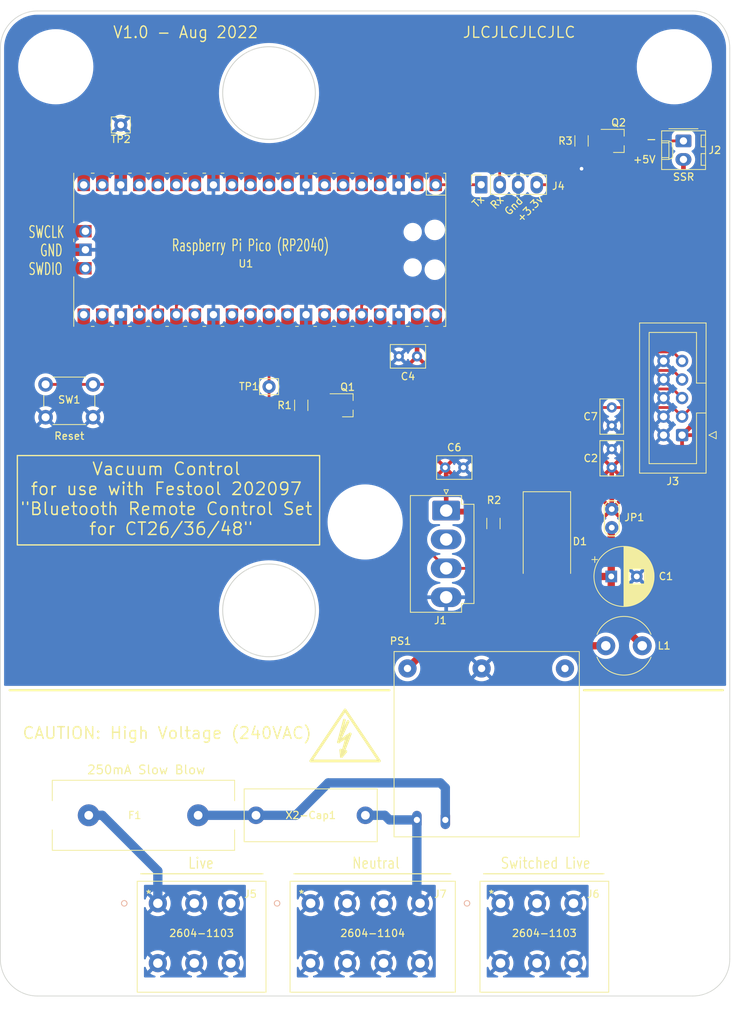
<source format=kicad_pcb>
(kicad_pcb (version 20221018) (generator pcbnew)
  (layers (0 "F.Cu" signal) (31 "B.Cu" signal) (34 "B.Paste" user) (35 "F.Paste" user) (36 "B.SilkS" user "B.Silkscreen") (37 "F.SilkS" user "F.Silkscreen") (38 "B.Mask" user) (39 "F.Mask" user) (44 "Edge.Cuts" user))
  (net 0 "")
  (net 1 "Live")
  (net 2 "/fused live")
  (net 3 "+5V")
  (net 4 "Net-(D1-A)")
  (net 6 "GND")
  (net 7 "+3.3V")
  (net 8 "Net-(J1-Pin_3)")
  (net 9 "Net-(J3-Pin_5)")
  (net 10 "Net-(J3-Pin_7)")
  (net 11 "Neutral")
  (net 12 "Net-(J3-Pin_9)")
  (net 13 "Net-(J4-Pin_1)")
  (net 14 "Net-(J4-Pin_2)")
  (net 15 "Net-(PS1-DC+)")
  (net 16 "Net-(U1-RUN)")
  (net 38 "SW_Live")
  (net 39 "/ssr_neg")
  (net 40 "/ssr_op")
  (net 44 "/bt_ser")
  (footprint "wago-2604-11xx:2604-1103" (layer "F.Cu") (at 100.33 165.1)
    (fp_text reference "J6" (at 12.7 -1.27) (layer "F.SilkS"))
    (fp_text value "2604-1103" (at 5.999998 4.099999) (layer "F.SilkS") (effects (font (thickness 0.16))))
    (fp_text user "*" (at -1.27 -1.27) (layer "F.SilkS"))
    (pad "1" thru_hole circle locked (at 0 0) (size 2.5 2.5) (drill 1.2954) (layers "*.Cu" "*.Mask") (net 38 "SW_Live"))
    (pad "2" thru_hole circle locked (at 0 8.199999) (size 2.5 2.5) (drill 1.2954) (layers "*.Cu" "*.Mask") (net 38 "SW_Live"))
    (pad "3" thru_hole circle locked (at 5 0) (size 2.5 2.5) (drill 1.2954) (layers "*.Cu" "*.Mask") (net 38 "SW_Live"))
    (pad "4" thru_hole circle locked (at 5 8.199999) (size 2.5 2.5) (drill 1.2954) (layers "*.Cu" "*.Mask") (net 38 "SW_Live"))
    (pad "5" thru_hole circle locked (at 10 0) (size 2.5 2.5) (drill 1.2954) (layers "*.Cu" "*.Mask") (net 38 "SW_Live"))
    (pad "6" thru_hole circle locked (at 10 8.199999) (size 2.5 2.5) (drill 1.2954) (layers "*.Cu" "*.Mask") (net 38 "SW_Live"))
  )
  (footprint "MountingHole:MountingHole_4.3mm_M4" (layer "F.Cu") (at 124.15 170.2)
    (fp_text reference "H1" hide)
    (fp_text value "MountingHole")
    (pad "" np_thru_hole circle locked (at 0 0) (size 4.3 4.3) (drill 4.3) (layers "*.Cu" "*.Mask"))
  )
  (footprint "wago-2604-11xx:2604-1104" (layer "F.Cu") (at 74.295 165.1)
    (fp_text reference "J7" (at 17.78 -1.27) (layer "F.SilkS"))
    (fp_text value "2604-1104" (at 8.499998 4.099999) (layer "F.SilkS") (effects (font (thickness 0.16))))
    (fp_text user "*" (at -1.27 -1.27) (layer "F.SilkS"))
    (pad "1" thru_hole circle locked (at 0 0) (size 2.5 2.5) (drill 1.2954) (layers "*.Cu" "*.Mask") (net 11 "Neutral"))
    (pad "2" thru_hole circle locked (at 0 8.199999) (size 2.5 2.5) (drill 1.2954) (layers "*.Cu" "*.Mask") (net 11 "Neutral"))
    (pad "3" thru_hole circle locked (at 5 0) (size 2.5 2.5) (drill 1.2954) (layers "*.Cu" "*.Mask") (net 11 "Neutral"))
    (pad "4" thru_hole circle locked (at 5 8.199999) (size 2.5 2.5) (drill 1.2954) (layers "*.Cu" "*.Mask") (net 11 "Neutral"))
    (pad "5" thru_hole circle locked (at 10 0) (size 2.5 2.5) (drill 1.2954) (layers "*.Cu" "*.Mask") (net 11 "Neutral"))
    (pad "6" thru_hole circle locked (at 10 8.199999) (size 2.5 2.5) (drill 1.2954) (layers "*.Cu" "*.Mask") (net 11 "Neutral"))
    (pad "7" thru_hole circle locked (at 15 0) (size 2.5 2.5) (drill 1.2954) (layers "*.Cu" "*.Mask") (net 11 "Neutral"))
    (pad "8" thru_hole circle locked (at 15 8.199999) (size 2.5 2.5) (drill 1.2954) (layers "*.Cu" "*.Mask") (net 11 "Neutral"))
  )
  (footprint "MountingHole:MountingHole_4.3mm_M4" (layer "F.Cu") (at 81.76 112.835)
    (fp_text reference "H5" hide)
    (fp_text value "MountingHole")
    (pad "" np_thru_hole circle locked (at 0 0) (size 4.3 4.3) (drill 4.3) (layers "*.Cu" "*.Mask"))
  )
  (footprint "Connector_Pin:Pin_D0.9mm_L10.0mm_W2.4mm_FlatFork" (layer "F.Cu") (at 48.26 58.42)
    (fp_text reference "TP2" (at 0 1.95) (layer "F.SilkS") (effects (font (thickness 0.16))))
    (fp_text value "GND")
    (pad "1" thru_hole circle (at 0 0) (size 1.8 1.8) (drill 0.9) (layers "*.Cu" "*.Mask") (net 6 "GND"))
  )
  (footprint "MCU_RaspberryPi_and_Boards:RPi_Pico_SMD_TH" (layer "F.Cu") (at 67.31 75.53 -90)
    (fp_text reference "U1" (at 1.905 1.905 180) (layer "F.SilkS") (effects (font (thickness 0.16))))
    (fp_text value "Pico")
    (fp_text user "SWDIO" (at 2.640575 29.37086 180) (layer "F.SilkS") (effects (font (size 1.6 1) (thickness 0.16))))
    (fp_text user "SWCLK" (at -2.428453 29.241986 180) (layer "F.SilkS") (effects (font (size 1.6 1) (thickness 0.16))))
    (fp_text user "GND" (at 0.093026 28.577833 180) (layer "F.SilkS") (effects (font (size 1.6 1) (thickness 0.16))))
    (pad "" np_thru_hole oval (at -2.725 -24 270) (size 1.8 1.8) (drill 1.8) (layers "*.Cu" "*.Mask"))
    (pad "" np_thru_hole oval (at -2.425 -20.97 270) (size 1.5 1.5) (drill 1.5) (layers "*.Cu" "*.Mask"))
    (pad "" np_thru_hole oval (at 2.425 -20.97 270) (size 1.5 1.5) (drill 1.5) (layers "*.Cu" "*.Mask"))
    (pad "" np_thru_hole oval (at 2.725 -24 270) (size 1.8 1.8) (drill 1.8) (layers "*.Cu" "*.Mask"))
    (pad "1" thru_hole oval (at -8.89 -24.13 270) (size 1.7 1.7) (drill 1.02) (layers "*.Cu" "*.Mask") (net 13 "Net-(J4-Pin_1)"))
    (pad "1" smd rect (at -8.89 -24.13 270) (size 3.5 1.7) (drill (offset -0.9 0)) (layers "F.Cu" "F.Mask") (net 13 "Net-(J4-Pin_1)"))
    (pad "2" thru_hole oval (at -8.89 -21.59 270) (size 1.7 1.7) (drill 1.02) (layers "*.Cu" "*.Mask") (net 14 "Net-(J4-Pin_2)"))
    (pad "2" smd rect (at -8.89 -21.59 270) (size 3.5 1.7) (drill (offset -0.9 0)) (layers "F.Cu" "F.Mask") (net 14 "Net-(J4-Pin_2)"))
    (pad "3" thru_hole rect (at -8.89 -19.05 270) (size 1.7 1.7) (drill 1.02) (layers "*.Cu" "*.Mask") (net 6 "GND"))
    (pad "3" smd rect (at -8.89 -19.05 270) (size 3.5 1.7) (drill (offset -0.9 0)) (layers "F.Cu" "F.Mask") (net 6 "GND"))
    (pad "4" thru_hole oval (at -8.89 -16.51 270) (size 1.7 1.7) (drill 1.02) (layers "*.Cu" "*.Mask"))
    (pad "4" smd rect (at -8.89 -16.51 270) (size 3.5 1.7) (drill (offset -0.9 0)) (layers "F.Cu" "F.Mask"))
    (pad "5" thru_hole oval (at -8.89 -13.97 270) (size 1.7 1.7) (drill 1.02) (layers "*.Cu" "*.Mask"))
    (pad "5" smd rect (at -8.89 -13.97 270) (size 3.5 1.7) (drill (offset -0.9 0)) (layers "F.Cu" "F.Mask"))
    (pad "6" thru_hole oval (at -8.89 -11.43 270) (size 1.7 1.7) (drill 1.02) (layers "*.Cu" "*.Mask") (net 40 "/ssr_op"))
    (pad "6" smd rect (at -8.89 -11.43 270) (size 3.5 1.7) (drill (offset -0.9 0)) (layers "F.Cu" "F.Mask") (net 40 "/ssr_op"))
    (pad "7" thru_hole oval (at -8.89 -8.89 270) (size 1.7 1.7) (drill 1.02) (layers "*.Cu" "*.Mask"))
    (pad "7" smd rect (at -8.89 -8.89 270) (size 3.5 1.7) (drill (offset -0.9 0)) (layers "F.Cu" "F.Mask"))
    (pad "8" thru_hole rect (at -8.89 -6.35 270) (size 1.7 1.7) (drill 1.02) (layers "*.Cu" "*.Mask") (net 6 "GND"))
    (pad "8" smd rect (at -8.89 -6.35 270) (size 3.5 1.7) (drill (offset -0.9 0)) (layers "F.Cu" "F.Mask") (net 6 "GND"))
    (pad "9" thru_hole oval (at -8.89 -3.81 270) (size 1.7 1.7) (drill 1.02) (layers "*.Cu" "*.Mask"))
    (pad "9" smd rect (at -8.89 -3.81 270) (size 3.5 1.7) (drill (offset -0.9 0)) (layers "F.Cu" "F.Mask"))
    (pad "10" thru_hole oval (at -8.89 -1.27 270) (size 1.7 1.7) (drill 1.02) (layers "*.Cu" "*.Mask"))
    (pad "10" smd rect (at -8.89 -1.27 270) (size 3.5 1.7) (drill (offset -0.9 0)) (layers "F.Cu" "F.Mask"))
    (pad "11" thru_hole oval (at -8.89 1.27 270) (size 1.7 1.7) (drill 1.02) (layers "*.Cu" "*.Mask"))
    (pad "11" smd rect (at -8.89 1.27 270) (size 3.5 1.7) (drill (offset -0.9 0)) (layers "F.Cu" "F.Mask"))
    (pad "12" thru_hole oval (at -8.89 3.81 270) (size 1.7 1.7) (drill 1.02) (layers "*.Cu" "*.Mask"))
    (pad "12" smd rect (at -8.89 3.81 270) (size 3.5 1.7) (drill (offset -0.9 0)) (layers "F.Cu" "F.Mask"))
    (pad "13" thru_hole rect (at -8.89 6.35 270) (size 1.7 1.7) (drill 1.02) (layers "*.Cu" "*.Mask") (net 6 "GND"))
    (pad "13" smd rect (at -8.89 6.35 270) (size 3.5 1.7) (drill (offset -0.9 0)) (layers "F.Cu" "F.Mask") (net 6 "GND"))
    (pad "14" thru_hole oval (at -8.89 8.89 270) (size 1.7 1.7) (drill 1.02) (layers "*.Cu" "*.Mask"))
    (pad "14" smd rect (at -8.89 8.89 270) (size 3.5 1.7) (drill (offset -0.9 0)) (layers "F.Cu" "F.Mask"))
    (pad "15" thru_hole oval (at -8.89 11.43 270) (size 1.7 1.7) (drill 1.02) (layers "*.Cu" "*.Mask"))
    (pad "15" smd rect (at -8.89 11.43 270) (size 3.5 1.7) (drill (offset -0.9 0)) (layers "F.Cu" "F.Mask"))
    (pad "16" thru_hole oval (at -8.89 13.97 270) (size 1.7 1.7) (drill 1.02) (layers "*.Cu" "*.Mask"))
    (pad "16" smd rect (at -8.89 13.97 270) (size 3.5 1.7) (drill (offset -0.9 0)) (layers "F.Cu" "F.Mask"))
    (pad "17" thru_hole oval (at -8.89 16.51 270) (size 1.7 1.7) (drill 1.02) (layers "*.Cu" "*.Mask"))
    (pad "17" smd rect (at -8.89 16.51 270) (size 3.5 1.7) (drill (offset -0.9 0)) (layers "F.Cu" "F.Mask"))
    (pad "18" thru_hole rect (at -8.89 19.05 270) (size 1.7 1.7) (drill 1.02) (layers "*.Cu" "*.Mask") (net 6 "GND"))
    (pad "18" smd rect (at -8.89 19.05 270) (size 3.5 1.7) (drill (offset -0.9 0)) (layers "F.Cu" "F.Mask") (net 6 "GND"))
    (pad "19" thru_hole oval (at -8.89 21.59 270) (size 1.7 1.7) (drill 1.02) (layers "*.Cu" "*.Mask"))
    (pad "19" smd rect (at -8.89 21.59 270) (size 3.5 1.7) (drill (offset -0.9 0)) (layers "F.Cu" "F.Mask"))
    (pad "20" thru_hole oval (at -8.89 24.13 270) (size 1.7 1.7) (drill 1.02) (layers "*.Cu" "*.Mask"))
    (pad "20" smd rect (at -8.89 24.13 270) (size 3.5 1.7) (drill (offset -0.9 0)) (layers "F.Cu" "F.Mask"))
    (pad "21" thru_hole oval (at 8.89 24.13 270) (size 1.7 1.7) (drill 1.02) (layers "*.Cu" "*.Mask"))
    (pad "21" smd rect (at 8.89 24.13 270) (size 3.5 1.7) (drill (offset 0.9 0)) (layers "F.Cu" "F.Mask"))
    (pad "22" thru_hole oval (at 8.89 21.59 270) (size 1.7 1.7) (drill 1.02) (layers "*.Cu" "*.Mask"))
    (pad "22" smd rect (at 8.89 21.59 270) (size 3.5 1.7) (drill (offset 0.9 0)) (layers "F.Cu" "F.Mask"))
    (pad "23" thru_hole rect (at 8.89 19.05 270) (size 1.7 1.7) (drill 1.02) (layers "*.Cu" "*.Mask") (net 6 "GND"))
    (pad "23" smd rect (at 8.89 19.05 270) (size 3.5 1.7) (drill (offset 0.9 0)) (layers "F.Cu" "F.Mask") (net 6 "GND"))
    (pad "24" thru_hole oval (at 8.89 16.51 270) (size 1.7 1.7) (drill 1.02) (layers "*.Cu" "*.Mask") (net 12 "Net-(J3-Pin_9)"))
    (pad "24" smd rect (at 8.89 16.51 270) (size 3.5 1.7) (drill (offset 0.9 0)) (layers "F.Cu" "F.Mask") (net 12 "Net-(J3-Pin_9)"))
    (pad "25" thru_hole oval (at 8.89 13.97 270) (size 1.7 1.7) (drill 1.02) (layers "*.Cu" "*.Mask") (net 10 "Net-(J3-Pin_7)"))
    (pad "25" smd rect (at 8.89 13.97 270) (size 3.5 1.7) (drill (offset 0.9 0)) (layers "F.Cu" "F.Mask") (net 10 "Net-(J3-Pin_7)"))
    (pad "26" thru_hole oval (at 8.89 11.43 270) (size 1.7 1.7) (drill 1.02) (layers "*.Cu" "*.Mask") (net 9 "Net-(J3-Pin_5)"))
    (pad "26" smd rect (at 8.89 11.43 270) (size 3.5 1.7) (drill (offset 0.9 0)) (layers "F.Cu" "F.Mask") (net 9 "Net-(J3-Pin_5)"))
    (pad "27" thru_hole oval (at 8.89 8.89 270) (size 1.7 1.7) (drill 1.02) (layers "*.Cu" "*.Mask"))
    (pad "27" smd rect (at 8.89 8.89 270) (size 3.5 1.7) (drill (offset 0.9 0)) (layers "F.Cu" "F.Mask"))
    (pad "28" thru_hole rect (at 8.89 6.35 270) (size 1.7 1.7) (drill 1.02) (layers "*.Cu" "*.Mask") (net 6 "GND"))
    (pad "28" smd rect (at 8.89 6.35 270) (size 3.5 1.7) (drill (offset 0.9 0)) (layers "F.Cu" "F.Mask") (net 6 "GND"))
    (pad "29" thru_hole oval (at 8.89 3.81 270) (size 1.7 1.7) (drill 1.02) (layers "*.Cu" "*.Mask"))
    (pad "29" smd rect (at 8.89 3.81 270) (size 3.5 1.7) (drill (offset 0.9 0)) (layers "F.Cu" "F.Mask"))
    (pad "30" thru_hole oval (at 8.89 1.27 270) (size 1.7 1.7) (drill 1.02) (layers "*.Cu" "*.Mask") (net 16 "Net-(U1-RUN)"))
    (pad "30" smd rect (at 8.89 1.27 270) (size 3.5 1.7) (drill (offset 0.9 0)) (layers "F.Cu" "F.Mask") (net 16 "Net-(U1-RUN)"))
    (pad "31" thru_hole oval (at 8.89 -1.27 270) (size 1.7 1.7) (drill 1.02) (layers "*.Cu" "*.Mask") (net 44 "/bt_ser"))
    (pad "31" smd rect (at 8.89 -1.27 270) (size 3.5 1.7) (drill (offset 0.9 0)) (layers "F.Cu" "F.Mask") (net 44 "/bt_ser"))
    (pad "32" thru_hole oval (at 8.89 -3.81 270) (size 1.7 1.7) (drill 1.02) (layers "*.Cu" "*.Mask"))
    (pad "32" smd rect (at 8.89 -3.81 270) (size 3.5 1.7) (drill (offset 0.9 0)) (layers "F.Cu" "F.Mask"))
    (pad "33" thru_hole rect (at 8.89 -6.35 270) (size 1.7 1.7) (drill 1.02) (layers "*.Cu" "*.Mask") (net 6 "GND"))
    (pad "33" smd rect (at 8.89 -6.35 270) (size 3.5 1.7) (drill (offset 0.9 0)) (layers "F.Cu" "F.Mask") (net 6 "GND"))
    (pad "34" thru_hole oval (at 8.89 -8.89 270) (size 1.7 1.7) (drill 1.02) (layers "*.Cu" "*.Mask"))
    (pad "34" smd rect (at 8.89 -8.89 270) (size 3.5 1.7) (drill (offset 0.9 0)) (layers "F.Cu" "F.Mask"))
    (pad "35" thru_hole oval (at 8.89 -11.43 270) (size 1.7 1.7) (drill 1.02) (layers "*.Cu" "*.Mask"))
    (pad "35" smd rect (at 8.89 -11.43 270) (size 3.5 1.7) (drill (offset 0.9 0)) (layers "F.Cu" "F.Mask"))
    (pad "36" thru_hole oval (at 8.89 -13.97 270) (size 1.7 1.7) (drill 1.02) (layers "*.Cu" "*.Mask") (net 7 "+3.3V"))
    (pad "36" smd rect (at 8.89 -13.97 270) (size 3.5 1.7) (drill (offset 0.9 0)) (layers "F.Cu" "F.Mask") (net 7 "+3.3V"))
    (pad "37" thru_hole oval (at 8.89 -16.51 270) (size 1.7 1.7) (drill 1.02) (layers "*.Cu" "*.Mask"))
    (pad "37" smd rect (at 8.89 -16.51 270) (size 3.5 1.7) (drill (offset 0.9 0)) (layers "F.Cu" "F.Mask"))
    (pad "38" thru_hole rect (at 8.89 -19.05 270) (size 1.7 1.7) (drill 1.02) (layers "*.Cu" "*.Mask") (net 6 "GND"))
    (pad "38" smd rect (at 8.89 -19.05 270) (size 3.5 1.7) (drill (offset 0.9 0)) (layers "F.Cu" "F.Mask") (net 6 "GND"))
    (pad "39" thru_hole oval (at 8.89 -21.59 270) (size 1.7 1.7) (drill 1.02) (layers "*.Cu" "*.Mask") (net 3 "+5V"))
    (pad "39" smd rect (at 8.89 -21.59 270) (size 3.5 1.7) (drill (offset 0.9 0)) (layers "F.Cu" "F.Mask") (net 3 "+5V"))
    (pad "40" thru_hole oval (at 8.89 -24.13 270) (size 1.7 1.7) (drill 1.02) (layers "*.Cu" "*.Mask"))
    (pad "40" smd rect (at 8.89 -24.13 270) (size 3.5 1.7) (drill (offset 0.9 0)) (layers "F.Cu" "F.Mask"))
    (pad "41" thru_hole oval (at -2.54 23.9 270) (size 1.7 1.7) (drill 1.02) (layers "*.Cu" "*.Mask"))
    (pad "41" smd rect (at -2.54 23.9) (size 3.5 1.7) (drill (offset -0.9 0)) (layers "F.Cu" "F.Mask"))
    (pad "42" thru_hole rect (at 0 23.9 270) (size 1.7 1.7) (drill 1.02) (layers "*.Cu" "*.Mask") (net 6 "GND"))
    (pad "42" smd rect (at 0 23.9) (size 3.5 1.7) (drill (offset -0.9 0)) (layers "F.Cu" "F.Mask") (net 6 "GND"))
    (pad "43" thru_hole oval (at 2.54 23.9 270) (size 1.7 1.7) (drill 1.02) (layers "*.Cu" "*.Mask"))
    (pad "43" smd rect (at 2.54 23.9) (size 3.5 1.7) (drill (offset -0.9 0)) (layers "F.Cu" "F.Mask"))
  )
  (footprint "Fuse:Fuseholder_Cylinder-5x20mm_Stelvio-Kontek_PTF78_Horizontal_Open" (layer "F.Cu") (at 38.865 153.035)
    (fp_text reference "F1" (at 11.3 0) (layer "F.SilkS"))
    (fp_text value "250mA slow blow")
    (pad "1" thru_hole circle (at 5 0) (size 3 3) (drill 1.2) (layers "*.Cu" "*.Mask") (net 1 "Live"))
    (pad "2" thru_hole circle (at 20 0) (size 3 3) (drill 1.2) (layers "*.Cu" "*.Mask") (net 2 "/fused live"))
  )
  (footprint "Diode_SMD:D_SMC_Handsoldering" (layer "F.Cu") (at 106.68 115.49 -90)
    (fp_text reference "D1" (at 0.015 -4.52 180) (layer "F.SilkS") (effects (font (thickness 0.16))))
    (fp_text value "D_Schottky")
    (pad "1" smd rect (at -4.4 0) (size 3.3 4.5) (layers "F.Cu" "F.Paste" "F.Mask") (net 3 "+5V"))
    (pad "2" smd rect (at 4.4 0) (size 3.3 4.5) (layers "F.Cu" "F.Paste" "F.Mask") (net 4 "Net-(D1-A)"))
  )
  (footprint "Symbol:Symbol_HighVoltage_Type2_CopperTop_VerySmall" (layer "F.Cu") (at 79.010627 142.792674)
    (fp_text reference "CAUTION: High Voltage (240VAC)" (at -24.397762 -1.030892) (layer "F.SilkS") (effects (font (size 1.6 1.6) (thickness 0.2))))
    (fp_text value "Warning" hide)
  )
  (footprint "MountingHole:MountingHole_4.3mm_M4" (layer "F.Cu") (at 39.37 170.18)
    (fp_text reference "H4" hide)
    (fp_text value "MountingHole")
    (pad "" np_thru_hole circle locked (at 0 0) (size 4.3 4.3) (drill 4.3) (layers "*.Cu" "*.Mask"))
  )
  (footprint "Capacitor_THT:CP_Radial_D8.0mm_P3.50mm" (layer "F.Cu") (at 115.5 120.3)
    (fp_text reference "C1" (at 7.496847 -0.012974 180) (layer "F.SilkS") (effects (font (thickness 0.16))))
    (fp_text value "470uF 10v")
    (pad "1" thru_hole rect (at 0 0) (size 1.6 1.6) (drill 0.8) (layers "*.Cu" "*.Mask") (net 4 "Net-(D1-A)"))
    (pad "2" thru_hole circle (at 3.5 0) (size 1.6 1.6) (drill 0.8) (layers "*.Cu" "*.Mask") (net 6 "GND"))
  )
  (footprint "Capacitor_THT:C_Rect_L4.6mm_W3.0mm_P2.50mm_MKS02_FKP02" (layer "F.Cu") (at 115.57 97.14 -90)
    (fp_text reference "C7" (at 1.25 2.9 180) (layer "F.SilkS") (effects (font (thickness 0.16))))
    (fp_text value "100nF")
    (pad "1" thru_hole circle (at 0 0 270) (size 1.4 1.4) (drill 0.7) (layers "*.Cu" "*.Mask") (net 7 "+3.3V"))
    (pad "2" thru_hole circle (at 2.5 0 270) (size 1.4 1.4) (drill 0.7) (layers "*.Cu" "*.Mask") (net 6 "GND"))
  )
  (footprint "Resistor_SMD:R_1206_3216Metric_Pad1.30x1.75mm_HandSolder" (layer "F.Cu") (at 73 96.845 90)
    (fp_text reference "R1" (at 0 -2.29 180) (layer "F.SilkS") (effects (font (thickness 0.16))))
    (fp_text value "10k")
    (pad "1" smd roundrect (at -1.55 0 90) (size 1.3 1.75) (layers "F.Cu" "F.Paste" "F.Mask") (roundrect_rratio 0.1923076923) (net 44 "/bt_ser"))
    (pad "2" smd roundrect (at 1.55 0 90) (size 1.3 1.75) (layers "F.Cu" "F.Paste" "F.Mask") (roundrect_rratio 0.1923076923) (net 7 "+3.3V"))
  )
  (footprint "Package_TO_SOT_SMD:SOT-23_Handsoldering" (layer "F.Cu") (at 79.35 96.845)
    (fp_text reference "Q1" (at 0 -2.5) (layer "F.SilkS") (effects (font (thickness 0.16))))
    (fp_text value "BSS138")
    (pad "1" smd rect (at -1.5 -0.95) (size 1.9 1.1) (layers "F.Cu" "F.Paste" "F.Mask") (net 7 "+3.3V"))
    (pad "2" smd rect (at -1.5 0.95) (size 1.9 1.1) (layers "F.Cu" "F.Paste" "F.Mask") (net 44 "/bt_ser"))
    (pad "3" smd rect (at 1.5 0) (size 1.9 1.1) (layers "F.Cu" "F.Paste" "F.Mask") (net 8 "Net-(J1-Pin_3)"))
  )
  (footprint "Inductor_THT:L_Radial_D7.8mm_P5.00mm_Fastron_07HCP" (layer "F.Cu") (at 114.75 129.8)
    (fp_text reference "L1" (at 8 0 180) (layer "F.SilkS") (effects (font (thickness 0.16))))
    (fp_text value "4.7uH")
    (pad "1" thru_hole circle (at 0 0) (size 2.6 2.6) (drill 1.3) (layers "*.Cu" "*.Mask") (net 15 "Net-(PS1-DC+)"))
    (pad "2" thru_hole circle (at 5 0) (size 2.6 2.6) (drill 1.3) (layers "*.Cu" "*.Mask") (net 4 "Net-(D1-A)"))
  )
  (footprint "MountingHole:MountingHole_4.3mm_M4" (layer "F.Cu") (at 39.35 50.445)
    (fp_text reference "H2" hide)
    (fp_text value "MountingHole")
    (pad "" np_thru_hole circle locked (at 0 0) (size 4.3 4.3) (drill 4.3) (layers "*.Cu" "*.Mask"))
  )
  (footprint "wago-2604-11xx:2604-1103" (layer "F.Cu") (at 53.34 165.1)
    (fp_text reference "J5" (at 12.7 -1.27) (layer "F.SilkS"))
    (fp_text value "2604-1103" (at 5.999998 4.099999) (layer "F.SilkS") (effects (font (thickness 0.16))))
    (fp_text user "*" (at -1.27 -1.27) (layer "F.SilkS"))
    (pad "1" thru_hole circle locked (at 0 0) (size 2.5 2.5) (drill 1.2954) (layers "*.Cu" "*.Mask") (net 1 "Live"))
    (pad "2" thru_hole circle locked (at 0 8.199999) (size 2.5 2.5) (drill 1.2954) (layers "*.Cu" "*.Mask") (net 1 "Live"))
    (pad "3" thru_hole circle locked (at 5 0) (size 2.5 2.5) (drill 1.2954) (layers "*.Cu" "*.Mask") (net 1 "Live"))
    (pad "4" thru_hole circle locked (at 5 8.199999) (size 2.5 2.5) (drill 1.2954) (layers "*.Cu" "*.Mask") (net 1 "Live"))
    (pad "5" thru_hole circle locked (at 10 0) (size 2.5 2.5) (drill 1.2954) (layers "*.Cu" "*.Mask") (net 1 "Live"))
    (pad "6" thru_hole circle locked (at 10 8.199999) (size 2.5 2.5) (drill 1.2954) (layers "*.Cu" "*.Mask") (net 1 "Live"))
  )
  (footprint "Connector_PinSocket_2.54mm:PinSocket_1x04_P2.54mm_Vertical" (layer "F.Cu") (at 97.67 66.612021 90)
    (fp_text reference "J4" (at -0.187979 10.58 180) (layer "F.SilkS") (effects (font (thickness 0.16))))
    (fp_text value "UART")
    (pad "1" thru_hole roundrect (at 0 0 90) (size 2.4 1.7) (drill 1) (layers "*.Cu" "*.Mask") (roundrect_rratio 0.09259294118) (net 13 "Net-(J4-Pin_1)"))
    (pad "2" thru_hole oval (at 0 2.54 90) (size 2.4 1.7) (drill 1) (layers "*.Cu" "*.Mask") (net 14 "Net-(J4-Pin_2)"))
    (pad "3" thru_hole oval (at 0 5.08 90) (size 2.4 1.7) (drill 1) (layers "*.Cu" "*.Mask") (net 6 "GND"))
    (pad "4" thru_hole oval (at 0 7.62 90) (size 2.4 1.7) (drill 1) (layers "*.Cu" "*.Mask") (net 7 "+3.3V"))
  )
  (footprint "Capacitor_THT:C_Rect_L4.6mm_W3.0mm_P2.50mm_MKS02_FKP02" (layer "F.Cu") (at 88.88 90.135 180)
    (fp_text reference "C4" (at 1.25 -2.75) (layer "F.SilkS") (effects (font (thickness 0.16))))
    (fp_text value "100nF")
    (pad "1" thru_hole circle (at 0 0 180) (size 1.4 1.4) (drill 0.7) (layers "*.Cu" "*.Mask") (net 3 "+5V"))
    (pad "2" thru_hole circle (at 2.5 0 180) (size 1.4 1.4) (drill 0.7) (layers "*.Cu" "*.Mask") (net 6 "GND"))
  )
  (footprint "Connector_Molex:Molex_KK-254_AE-6410-02A_1x02_P2.54mm_Vertical" (layer "F.Cu") (at 125.3975 60.61 -90)
    (fp_text reference "J2" (at 1.27 -4.3025 180) (layer "F.SilkS") (effects (font (thickness 0.16))))
    (fp_text value "SSR")
    (pad "1" thru_hole roundrect (at 0 0 270) (size 1.74 2.19) (drill 1) (layers "*.Cu" "*.Mask") (roundrect_rratio 0.1436781609) (net 39 "/ssr_neg"))
    (pad "2" thru_hole oval (at 2.54 0 270) (size 1.74 2.19) (drill 1) (layers "*.Cu" "*.Mask") (net 3 "+5V"))
  )
  (footprint "Capacitor_THT:C_Rect_L4.6mm_W3.0mm_P2.50mm_MKS02_FKP02" (layer "F.Cu") (at 92.73 105.375)
    (fp_text reference "C6" (at 1.25 -2.75) (layer "F.SilkS") (effects (font (thickness 0.16))))
    (fp_text value "100nF")
    (pad "1" thru_hole circle (at 0 0) (size 1.4 1.4) (drill 0.7) (layers "*.Cu" "*.Mask") (net 3 "+5V"))
    (pad "2" thru_hole circle (at 2.5 0) (size 1.4 1.4) (drill 0.7) (layers "*.Cu" "*.Mask") (net 6 "GND"))
  )
  (footprint "Package_TO_SOT_SMD:SOT-23_Handsoldering" (layer "F.Cu") (at 116.507489 60.609988)
    (fp_text reference "Q2" (at 0 -2.5) (layer "F.SilkS") (effects (font (thickness 0.16))))
    (fp_text value "BSS138")
    (pad "1" smd rect (at -1.5 -0.95) (size 1.9 1.1) (layers "F.Cu" "F.Paste" "F.Mask") (net 40 "/ssr_op"))
    (pad "2" smd rect (at -1.5 0.95) (size 1.9 1.1) (layers "F.Cu" "F.Paste" "F.Mask") (net 6 "GND"))
    (pad "3" smd rect (at 1.5 0) (size 1.9 1.1) (layers "F.Cu" "F.Paste" "F.Mask") (net 39 "/ssr_neg"))
  )
  (footprint "Resistor_SMD:R_1206_3216Metric_Pad1.30x1.75mm_HandSolder" (layer "F.Cu") (at 99.35 113.045 90)
    (fp_text reference "R2" (at 3.2 0.08 180) (layer "F.SilkS") (effects (font (thickness 0.16))))
    (fp_text value "10k")
    (pad "1" smd roundrect (at -1.55 0 90) (size 1.3 1.75) (layers "F.Cu" "F.Paste" "F.Mask") (roundrect_rratio 0.1923076923) (net 8 "Net-(J1-Pin_3)"))
    (pad "2" smd roundrect (at 1.55 0 90) (size 1.3 1.75) (layers "F.Cu" "F.Paste" "F.Mask") (roundrect_rratio 0.1923076923) (net 3 "+5V"))
  )
  (footprint "Connector_IDC:IDC-Header_2x05_P2.54mm_Vertical" (layer "F.Cu") (at 125.2125 100.93 180)
    (fp_text reference "J3" (at 1.27 -6.335) (layer "F.SilkS") (effects (font (thickness 0.16))))
    (fp_text value "aux")
    (pad "1" thru_hole roundrect (at 0 0 180) (size 1.7 1.7) (drill 1) (layers "*.Cu" "*.Mask") (roundrect_rratio 0.1470588235) (net 3 "+5V"))
    (pad "2" thru_hole circle (at 2.54 0 180) (size 1.7 1.7) (drill 1) (layers "*.Cu" "*.Mask") (net 6 "GND"))
    (pad "3" thru_hole circle (at 0 2.54 180) (size 1.7 1.7) (drill 1) (layers "*.Cu" "*.Mask") (net 7 "+3.3V"))
    (pad "4" thru_hole circle (at 2.54 2.54 180) (size 1.7 1.7) (drill 1) (layers "*.Cu" "*.Mask") (net 6 "GND"))
    (pad "5" thru_hole circle (at 0 5.08 180) (size 1.7 1.7) (drill 1) (layers "*.Cu" "*.Mask") (net 9 "Net-(J3-Pin_5)"))
    (pad "6" thru_hole circle (at 2.54 5.08 180) (size 1.7 1.7) (drill 1) (layers "*.Cu" "*.Mask") (net 6 "GND"))
    (pad "7" thru_hole circle (at 0 7.62 180) (size 1.7 1.7) (drill 1) (layers "*.Cu" "*.Mask") (net 10 "Net-(J3-Pin_7)"))
    (pad "8" thru_hole circle (at 2.54 7.62 180) (size 1.7 1.7) (drill 1) (layers "*.Cu" "*.Mask") (net 6 "GND"))
    (pad "9" thru_hole circle (at 0 10.16 180) (size 1.7 1.7) (drill 1) (layers "*.Cu" "*.Mask") (net 12 "Net-(J3-Pin_9)"))
    (pad "10" thru_hole circle (at 2.54 10.16 180) (size 1.7 1.7) (drill 1) (layers "*.Cu" "*.Mask") (net 6 "GND"))
  )
  (footprint "Capacitor_THT:C_Rect_L18.0mm_W7.0mm_P15.00mm_FKS3_FKP3" (layer "F.Cu") (at 66.795 153.035)
    (fp_text reference "X2-Cap1" (at 7.5 0) (layer "F.SilkS") (effects (font (thickness 0.16))))
    (fp_text value "0.22uF 275V AC")
    (pad "1" thru_hole circle (at 0 0) (size 2.4 2.4) (drill 1.2) (layers "*.Cu" "*.Mask") (net 2 "/fused live"))
    (pad "2" thru_hole circle (at 15 0) (size 2.4 2.4) (drill 1.2) (layers "*.Cu" "*.Mask") (net 11 "Neutral"))
  )
  (footprint "Capacitor_THT:C_Rect_L4.6mm_W3.0mm_P2.50mm_MKS02_FKP02" (layer "F.Cu") (at 115.57 105.355 90)
    (fp_text reference "C2" (at 1.25 -2.87 180) (layer "F.SilkS") (effects (font (thickness 0.16))))
    (fp_text value "100nF")
    (pad "1" thru_hole circle (at 0 0 90) (size 1.4 1.4) (drill 0.7) (layers "*.Cu" "*.Mask") (net 3 "+5V"))
    (pad "2" thru_hole circle (at 2.5 0 90) (size 1.4 1.4) (drill 0.7) (layers "*.Cu" "*.Mask") (net 6 "GND"))
  )
  (footprint "VTX-214-005-0xx:Converter_ACDC_Vigortronix_VTX-214-005-0xx_THT" (layer "F.Cu") (at 88.855 153.67 90)
    (fp_text reference "PS1" (at 24.512728 -2.250827 180) (layer "F.SilkS") (effects (font (thickness 0.16))))
    (fp_text value "VTX-214-005-005")
    (pad "1" thru_hole oval (at 0 0 90) (size 2.5 1.3) (drill 0.85) (layers "*.Cu" "*.Mask") (net 11 "Neutral"))
    (pad "2" thru_hole oval (at 0 3.9 90) (size 2.5 1.3) (drill 0.85) (layers "*.Cu" "*.Mask") (net 2 "/fused live"))
    (pad "3" thru_hole circle (at 20.76 20.3 90) (size 2.5 2.5) (drill 1) (layers "*.Cu" "*.Mask"))
    (pad "4" thru_hole circle (at 20.76 8.87 90) (size 2.5 2.5) (drill 1) (layers "*.Cu" "*.Mask") (net 6 "GND"))
    (pad "5" thru_hole circle (at 20.76 -1.29 90) (size 2.5 2.5) (drill 1) (layers "*.Cu" "*.Mask") (net 15 "Net-(PS1-DC+)"))
  )
  (footprint "Resistor_SMD:R_1206_3216Metric_Pad1.30x1.75mm_HandSolder" (layer "F.Cu") (at 111.4275 60.61 90)
    (fp_text reference "R3" (at 0 -2.2075 180) (layer "F.SilkS") (effects (font (thickness 0.16))))
    (fp_text value "10k")
    (pad "1" smd roundrect (at -1.55 0 90) (size 1.3 1.75) (layers "F.Cu" "F.Paste" "F.Mask") (roundrect_rratio 0.1923076923) (net 6 "GND"))
    (pad "2" smd roundrect (at 1.55 0 90) (size 1.3 1.75) (layers "F.Cu" "F.Paste" "F.Mask") (roundrect_rratio 0.1923076923) (net 40 "/ssr_op"))
  )
  (footprint "festool BT module:BT receiver" (layer "F.Cu") (at 68.58 89.5)
    (fp_text reference "J1" (at 23.495 36.83 unlocked) (layer "F.SilkS") (effects (font (thickness 0.16))))
    (fp_text value "Festool BT receiver")
    (fp_circle (center 0 -35.45) (end 6.35 -35.45) (stroke (width 0.12)) (fill none) (layer "Edge.Cuts"))
    (fp_circle (center 0 35.45) (end 6.35 35.45) (stroke (width 0.12)) (fill none) (layer "Edge.Cuts"))
    (pad "1" thru_hole roundrect locked (at 24.29 21.77 270) (size 2.7 3.8) (drill 1.7) (layers "*.Cu" "*.Mask") (roundrect_rratio 0.09259296296) (net 3 "+5V"))
    (pad "2" thru_hole oval locked (at 24.29 25.73 270) (size 2.7 4.2) (drill 1.7) (layers "*.Cu" "*.Mask"))
    (pad "3" thru_hole oval locked (at 24.29 29.69 270) (size 2.7 4.2) (drill 1.7) (layers "*.Cu" "*.Mask") (net 8 "Net-(J1-Pin_3)"))
    (pad "4" thru_hole oval locked (at 24.29 33.65 270) (size 2.7 4.2) (drill 1.7) (layers "*.Cu" "*.Mask") (net 6 "GND"))
  )
  (footprint "MountingHole:MountingHole_4.3mm_M4" (layer "F.Cu") (at 124.15 50.445)
    (fp_text reference "H3" hide)
    (fp_text value "MountingHole")
    (pad "" np_thru_hole circle locked (at 0 0) (size 4.3 4.3) (drill 4.3) (layers "*.Cu" "*.Mask"))
  )
  (footprint "Connector_Pin:Pin_D0.9mm_L10.0mm_W2.4mm_FlatFork" (layer "F.Cu") (at 68.585818 94.285626)
    (fp_text reference "TP1" (at -2.752022 -0.021017) (layer "F.SilkS") (effects (font (thickness 0.16))))
    (fp_text value "bt_ser")
    (pad "1" thru_hole circle (at 0 0) (size 1.8 1.8) (drill 0.9) (layers "*.Cu" "*.Mask") (net 44 "/bt_ser"))
  )
  (footprint "TestPoint:TestPoint_2Pads_Pitch2.54mm_Drill0.8mm" (layer "F.Cu") (at 115.57 113.61 90)
    (fp_text reference "JP1" (at 1.395 3.1 180) (layer "F.SilkS") (effects (font (thickness 0.16))))
    (fp_text value "Jumper_2_Open")
    (pad "1" thru_hole circle (at 0 0 90) (size 1.8 1.8) (drill 0.8) (layers "*.Cu" "*.Mask") (net 4 "Net-(D1-A)"))
    (pad "2" thru_hole circle (at 2.54 0 90) (size 1.8 1.8) (drill 0.8) (layers "*.Cu" "*.Mask") (net 3 "+5V"))
  )
  (footprint "Button_Switch_THT:SW_PUSH_6mm_H4.3mm" (layer "F.Cu") (at 44.45 98.48 180)
    (fp_text reference "SW1" (at 3.25 2.395998 180) (layer "F.SilkS") (effects (font (thickness 0.16))))
    (fp_text value "SW_Push")
    (pad "1" thru_hole circle (at 0 0 270) (size 2 2) (drill 1.1) (layers "*.Cu" "*.Mask") (net 6 "GND"))
    (pad "1" thru_hole circle (at 6.5 0 270) (size 2 2) (drill 1.1) (layers "*.Cu" "*.Mask") (net 6 "GND"))
    (pad "2" thru_hole circle (at 0 4.5 270) (size 2 2) (drill 1.1) (layers "*.Cu" "*.Mask") (net 16 "Net-(U1-RUN)"))
    (pad "2" thru_hole circle (at 6.5 4.5 270) (size 2 2) (drill 1.1) (layers "*.Cu" "*.Mask") (net 16 "Net-(U1-RUN)"))
  )
  (gr_line (start 72 161.05) (end 93.5 161.05) (stroke (width 0.15)) (layer "F.SilkS"))
  (gr_line (start 111.76 135.89) (end 130.81 135.89) (stroke (width 0.3)) (layer "F.SilkS"))
  (gr_line (start 98 161.05) (end 114.5 161.05) (stroke (width 0.15)) (layer "F.SilkS"))
  (gr_line (start 33.02 135.89) (end 85.09 135.89) (stroke (width 0.3)) (layer "F.SilkS"))
  (gr_rect (start 34.077599 103.732455) (end 75.519654 115.981767) (stroke (width 0.18)) (fill none) (layer "F.SilkS"))
  (gr_line (start 67.75 161.05) (end 51 161.05) (stroke (width 0.15)) (layer "F.SilkS"))
  (gr_arc locked (start 36.83 177.8) (mid 33.237898 176.312102) (end 31.75 172.72) (stroke (width 0.1)) (layer "Edge.Cuts"))
  (gr_line locked (start 36.83 42.8) (end 126.67 42.8) (stroke (width 0.1)) (layer "Edge.Cuts"))
  (gr_line locked (start 31.75 172.72) (end 31.75 47.9) (stroke (width 0.1)) (layer "Edge.Cuts"))
  (gr_line locked (start 131.75 47.9) (end 131.75 172.72) (stroke (width 0.1)) (layer "Edge.Cuts"))
  (gr_arc locked (start 131.75 172.72) (mid 130.262102 176.312102) (end 126.67 177.8) (stroke (width 0.1)) (layer "Edge.Cuts"))
  (gr_line locked (start 126.67 177.8) (end 36.83 177.8) (stroke (width 0.1)) (layer "Edge.Cuts"))
  (gr_arc locked (start 31.75 47.9) (mid 33.233755 44.297898) (end 36.83 42.8) (stroke (width 0.1)) (layer "Edge.Cuts"))
  (gr_arc locked (start 126.67 42.8) (mid 130.266245 44.297898) (end 131.75 47.9) (stroke (width 0.1)) (layer "Edge.Cuts"))
  (gr_text "SSR" (at 125.42473 65.551569) (layer "F.SilkS") (effects (font (size 1 1) (thickness 0.16))))
  (gr_text "Tx" (at 97.259976 68.906322 45) (layer "F.SilkS") (effects (font (size 1 1) (thickness 0.16))))
  (gr_text "+3.3v" (at 104.361344 69.916065 45) (layer "F.SilkS") (effects (font (size 1 1) (thickness 0.16))))
  (gr_text "Neutral" (at 83.25 159.594904) (layer "F.SilkS") (effects (font (size 1.5 1.2) (thickness 0.16))))
  (gr_text "Gnd" (at 102.128599 69.547199 45) (layer "F.SilkS") (effects (font (size 1 1) (thickness 0.16))))
  (gr_text "JLCJLCJLCJLC" (at 102.87 45.72) (layer "F.SilkS") (effects (font (size 1.5 1.5) (thickness 0.18))))
  (gr_text "Rx" (at 99.833834 69.030786 45) (layer "F.SilkS") (effects (font (size 1 1) (thickness 0.16))))
  (gr_text "Reset" (at 41.2 101.050865) (layer "F.SilkS") (effects (font (size 1 1) (thickness 0.16))))
  (gr_text "V1.0 - Aug 2022" (at 57.15 45.72) (layer "F.SilkS") (effects (font (size 1.6 1.5) (thickness 0.18))))
  (gr_text "Vacuum Control \nfor use with Festool 202097 \n{dblquote}Bluetooth Remote Control Set \nfor CT26/36/48{dblquote}" (at 55.156147 109.662058) (layer "F.SilkS") (effects (font (size 1.7 1.7) (thickness 0.2))))
  (gr_text "+5V" (at 120.039183 63.160657) (layer "F.SilkS") (effects (font (size 1 1) (thickness 0.16))))
  (gr_text "250mA Slow Blow" (at 51.75 146.8) (layer "F.SilkS") (effects (font (size 1.2 1.2) (thickness 0.16))))
  (gr_text "Raspberry Pi Pico (RP2040)" (at 66.04 74.93) (layer "F.SilkS") (effects (font (size 1.6 1) (thickness 0.16))))
  (gr_text "-" (at 121 60.345) (layer "F.SilkS") (effects (font (size 1.2 1.2) (thickness 0.16))))
  (gr_text "Switched Live" (at 106.5 159.594904) (layer "F.SilkS") (effects (font (size 1.5 1.2) (thickness 0.16))))
  (gr_text "Live" (at 59.25 159.594904) (layer "F.SilkS") (effects (font (size 1.5 1.2) (thickness 0.16))))
  (segment (start 53.34 165.1) (end 53.34 160.655) (width 1.27) (layer "B.Cu") (net 1))
  (segment (start 53.34 160.655) (end 45.72 153.035) (width 1.27) (layer "B.Cu") (net 1))
  (segment (start 45.72 153.035) (end 43.865 153.035) (width 1.27) (layer "B.Cu") (net 1))
  (segment (start 92.755 149.27) (end 92.755 153.67) (width 1.27) (layer "B.Cu") (net 2))
  (segment (start 76.705 148.59) (end 72.26 153.035) (width 1.27) (layer "B.Cu") (net 2))
  (segment (start 72.26 153.035) (end 66.795 153.035) (width 1.27) (layer "B.Cu") (net 2))
  (segment (start 66.795 153.035) (end 58.865 153.035) (width 1.27) (layer "B.Cu") (net 2))
  (segment (start 92.075 148.59) (end 76.705 148.59) (width 1.27) (layer "B.Cu") (net 2))
  (segment (start 92.075 148.59) (end 92.755 149.27) (width 1.27) (layer "B.Cu") (net 2))
  (segment (start 127.635 69.18) (end 127.635 98.5075) (width 0.635) (layer "F.Cu") (net 3))
  (segment (start 125.397489 66.942489) (end 127.635 69.18) (width 0.635) (layer "F.Cu") (net 3))
  (segment (start 88.88 90.135) (end 88.88 84.44) (width 0.635) (layer "F.Cu") (net 3))
  (segment (start 93.05 111.09) (end 92.87 111.27) (width 0.635) (layer "F.Cu") (net 3))
  (segment (start 92.87 111.27) (end 93.095 111.495) (width 0.635) (layer "F.Cu") (net 3))
  (segment (start 92.87 111.27) (end 92.87 105.515) (width 0.635) (layer "F.Cu") (net 3))
  (segment (start 93.095 111.495) (end 99.35 111.495) (width 0.635) (layer "F.Cu") (net 3))
  (segment (start 127.635 98.5075) (end 125.2125 100.93) (width 0.635) (layer "F.Cu") (net 3))
  (segment (start 115.57 111.07) (end 115.57 105.355) (width 0.635) (layer "F.Cu") (net 3))
  (segment (start 88.88 84.44) (end 88.9 84.42) (width 0.635) (layer "F.Cu") (net 3))
  (segment (start 125.397489 63.149989) (end 125.397489 66.942489) (width 0.635) (layer "F.Cu") (net 3))
  (segment (start 92.87 105.515) (end 92.73 105.375) (width 0.635) (layer "F.Cu") (net 3))
  (segment (start 115.499998 120.299988) (end 115.499998 113.680011) (width 1) (layer "F.Cu") (net 4))
  (segment (start 115.499998 120.299988) (end 107.090007 120.299988) (width 1) (layer "F.Cu") (net 4))
  (segment (start 119.750002 129.799994) (end 115.499998 125.54999) (width 1) (layer "F.Cu") (net 4))
  (segment (start 115.5 113.68) (end 115.57 113.61) (width 0.381) (layer "F.Cu") (net 4))
  (segment (start 107.09 120.3) (end 106.68 119.89) (width 0.381) (layer "F.Cu") (net 4))
  (segment (start 115.499998 125.54999) (end 115.499998 120.299988) (width 1) (layer "F.Cu") (net 4))
  (segment (start 115.57 61.56) (end 112.0275 61.56) (width 0.381) (layer "F.Cu") (net 6))
  (segment (start 112.0275 61.56) (end 111.4275 62.16) (width 0.381) (layer "F.Cu") (net 6))
  (segment (start 111.4275 62.16) (end 111.4275 64.42) (width 0.381) (layer "F.Cu") (net 6))
  (via (at 111.4275 64.42) (size 1) (drill 0.5) (layers "F.Cu" "B.Cu") (net 6))
  (segment (start 78.4125 95.895) (end 81.28 93.0275) (width 0.381) (layer "F.Cu") (net 7))
  (segment (start 126.75 86.11) (end 107.252021 66.612021) (width 0.381) (layer "F.Cu") (net 7))
  (segment (start 81.28 83.15) (end 81.28 84.42) (width 0.381) (layer "F.Cu") (net 7))
  (segment (start 123.972 97.1495) (end 106.6505 97.1495) (width 0.381) (layer "F.Cu") (net 7))
  (segment (start 73 95.295) (end 75.106752 95.295) (width 0.381) (layer "F.Cu") (net 7))
  (segment (start 106.6505 97.1495) (end 92.016 82.515) (width 0.381) (layer "F.Cu") (net 7))
  (segment (start 75.706752 95.895) (end 78.4125 95.895) (width 0.381) (layer "F.Cu") (net 7))
  (segment (start 126.75 96.8525) (end 126.75 86.11) (width 0.381) (layer "F.Cu") (net 7))
  (segment (start 125.2125 98.39) (end 123.972 97.1495) (width 0.381) (layer "F.Cu") (net 7))
  (segment (start 107.252021 66.612021) (end 105.29 66.612021) (width 0.381) (layer "F.Cu") (net 7))
  (segment (start 92.016 82.515) (end 81.915 82.515) (width 0.381) (layer "F.Cu") (net 7))
  (segment (start 75.106752 95.295) (end 75.706752 95.895) (width 0.381) (layer "F.Cu") (net 7))
  (segment (start 81.915 82.515) (end 81.28 83.15) (width 0.381) (layer "F.Cu") (net 7))
  (segment (start 125.2125 98.39) (end 126.75 96.8525) (width 0.381) (layer "F.Cu") (net 7))
  (segment (start 81.28 93.0275) (end 81.28 84.42) (width 0.381) (layer "F.Cu") (net 7))
  (segment (start 85.09 99.685) (end 82.25 96.845) (width 0.381) (layer "F.Cu") (net 8))
  (segment (start 96.545 119.19) (end 92.87 119.19) (width 0.381) (layer "F.Cu") (net 8))
  (segment (start 89.535 109.82) (end 85.09 105.375) (width 0.381) (layer "F.Cu") (net 8))
  (segment (start 99.35 114.595) (end 99.35 116.395) (width 0.381) (layer "F.Cu") (net 8))
  (segment (start 82.25 96.845) (end 80.2875 96.845) (width 0.381) (layer "F.Cu") (net 8))
  (segment (start 85.09 105.375) (end 85.09 99.685) (width 0.381) (layer "F.Cu") (net 8))
  (segment (start 96.55 119.195) (end 96.545 119.19) (width 0.381) (layer "F.Cu") (net 8))
  (segment (start 92.87 119.19) (end 89.535 115.855) (width 0.381) (layer "F.Cu") (net 8))
  (segment (start 89.535 115.855) (end 89.535 109.82) (width 0.381) (layer "F.Cu") (net 8))
  (segment (start 99.35 116.395) (end 96.55 119.195) (width 0.381) (layer "F.Cu") (net 8))
  (segment (start 125.2125 95.85) (end 123.972 94.6095) (width 0.381) (layer "F.Cu") (net 9))
  (segment (start 57.15 81.88) (end 55.88 83.15) (width 0.381) (layer "F.Cu") (net 9))
  (segment (start 105.4395 94.6095) (end 92.71 81.88) (width 0.381) (layer "F.Cu") (net 9))
  (segment (start 92.71 81.88) (end 57.15 81.88) (width 0.381) (layer "F.Cu") (net 9))
  (segment (start 55.88 83.15) (end 55.88 84.42) (width 0.381) (layer "F.Cu") (net 9))
  (segment (start 123.972 94.6095) (end 105.4395 94.6095) (width 0.381) (layer "F.Cu") (net 9))
  (segment (start 123.972 92.0695) (end 104.1695 92.0695) (width 0.381) (layer "F.Cu") (net 10))
  (segment (start 54.61 81.245) (end 53.34 82.515) (width 0.381) (layer "F.Cu") (net 10))
  (segment (start 125.2125 93.31) (end 123.972 92.0695) (width 0.381) (layer "F.Cu") (net 10))
  (segment (start 53.34 82.515) (end 53.34 84.42) (width 0.381) (layer "F.Cu") (net 10))
  (segment (start 93.345 81.245) (end 54.61 81.245) (width 0.381) (layer "F.Cu") (net 10))
  (segment (start 104.1695 92.0695) (end 93.345 81.245) (width 0.381) (layer "F.Cu") (net 10))
  (segment (start 88.855 164.66) (end 89.295 165.1) (width 1.27) (layer "B.Cu") (net 11))
  (segment (start 84.455 153.035) (end 85.09 153.67) (width 1.27) (layer "B.Cu") (net 11))
  (segment (start 88.855 153.67) (end 88.855 164.66) (width 1.27) (layer "B.Cu") (net 11))
  (segment (start 85.09 153.67) (end 88.855 153.67) (width 1.27) (layer "B.Cu") (net 11))
  (segment (start 81.795 153.035) (end 84.455 153.035) (width 1.27) (layer "B.Cu") (net 11))
  (segment (start 125.2125 90.77) (end 123.972 89.5295) (width 0.381) (layer "F.Cu") (net 12))
  (segment (start 123.972 89.5295) (end 102.8995 89.5295) (width 0.381) (layer "F.Cu") (net 12))
  (segment (start 50.8 82.515) (end 50.8 84.42) (width 0.381) (layer "F.Cu") (net 12))
  (segment (start 93.98 80.61) (end 52.705 80.61) (width 0.381) (layer "F.Cu") (net 12))
  (segment (start 52.705 80.61) (end 50.8 82.515) (width 0.381) (layer "F.Cu") (net 12))
  (segment (start 102.8995 89.5295) (end 93.98 80.61) (width 0.381) (layer "F.Cu") (net 12))
  (segment (start 91.467979 66.612021) (end 91.44 66.64) (width 0.381) (layer "F.Cu") (net 13))
  (segment (start 97.67 66.612021) (end 91.467979 66.612021) (width 0.381) (layer "F.Cu") (net 13))
  (segment (start 88.9 62.9) (end 88.9 66.64) (width 0.381) (layer "F.Cu") (net 14))
  (segment (start 100.21 66.612021) (end 100.21 64.01) (width 0.381) (layer "F.Cu") (net 14))
  (segment (start 89.25 62.55) (end 88.9 62.9) (width 0.381) (layer "F.Cu") (net 14))
  (segment (start 100.21 64.01) (end 98.75 62.55) (width 0.381) (layer "F.Cu") (net 14))
  (segment (start 98.75 62.55) (end 89.25 62.55) (width 0.381) (layer "F.Cu") (net 14))
  (segment (start 90.675003 129.799994) (end 114.750012 129.799994) (width 1) (layer "F.Cu") (net 15))
  (segment (start 87.565001 132.909996) (end 90.675003 129.799994) (width 1) (layer "F.Cu") (net 15))
  (segment (start 66.04 84.42) (end 66.04 88.865) (width 0.381) (layer "F.Cu") (net 16))
  (segment (start 44.45 93.98) (end 37.95 93.98) (width 0.381) (layer "F.Cu") (net 16))
  (segment (start 60.925 93.98) (end 44.45 93.98) (width 0.381) (layer "F.Cu") (net 16))
  (segment (start 66.04 88.865) (end 60.925 93.98) (width 0.381) (layer "F.Cu") (net 16))
  (segment (start 117.445 60.61) (end 125.3975 60.61) (width 0.381) (layer "F.Cu") (net 39))
  (segment (start 78.74 61.56) (end 78.74 66.64) (width 0.381) (layer "F.Cu") (net 40))
  (segment (start 112.0275 59.66) (end 111.4275 59.06) (width 0.381) (layer "F.Cu") (net 40))
  (segment (start 81.28 59.02) (end 78.74 61.56) (width 0.381) (layer "F.Cu") (net 40))
  (segment (start 111.4275 59.06) (end 111.3875 59.02) (width 0.381) (layer "F.Cu") (net 40))
  (segment (start 111.3875 59.02) (end 81.28 59.02) (width 0.381) (layer "F.Cu") (net 40))
  (segment (start 115.57 59.66) (end 112.0275 59.66) (width 0.381) (layer "F.Cu") (net 40))
  (segment (start 68.58 95.88) (end 71.095 98.395) (width 0.381) (layer "F.Cu") (net 44))
  (segment (start 68.58 95.88) (end 68.585818 95.874182) (width 0.381) (layer "F.Cu") (net 44))
  (segment (start 75.850223 97.795) (end 78.4125 97.795) (width 0.381) (layer "F.Cu") (net 44))
  (segment (start 68.58 84.42) (end 68.585818 84.425818) (width 0.381) (layer "F.Cu") (net 44))
  (segment (start 68.585818 84.425818) (end 68.585818 94.285626) (width 0.381) (layer "F.Cu") (net 44))
  (segment (start 68.585818 95.874182) (end 68.585818 94.285626) (width 0.381) (layer "F.Cu") (net 44))
  (segment (start 73 98.395) (end 75.250223 98.395) (width 0.381) (layer "F.Cu") (net 44))
  (segment (start 75.250223 98.395) (end 75.850223 97.795) (width 0.381) (layer "F.Cu") (net 44))
  (segment (start 71.095 98.395) (end 73 98.395) (width 0.381) (layer "F.Cu") (net 44))
  (zone (net 3) (net_name "+5V") (layer "F.Cu") (connect_pads (clearance 0.508)) (min_thickness 0.254) (fill yes (thermal_gap 0.508) (thermal_bridge_width 0.508) (smoothing fillet) (radius 1.5))
    (polygon (pts (xy 105.41 98.39) (xy 127.635 98.39) (xy 127.635 112.995) (xy 93.98 112.995) (xy 86.36 105.41) (xy 86.36 90.135) (xy 97.155 90.135)))
  )
  (zone (net 0) (net_name "") (layer "F.Cu") (connect_pads (clearance 0)) (min_thickness 0.254)
    (keepout (tracks not_allowed) (vias not_allowed) (pads allowed) (copperpour not_allowed) (footprints allowed))
    (fill (thermal_gap 0.508) (thermal_bridge_width 0.508))
    (polygon (pts (xy 93.345 79.975) (xy 78.105 79.975) (xy 78.105 70.45) (xy 93.345 70.45)))
  )
  (zone (net 11) (net_name "Neutral") (layer "B.Cu") (connect_pads (clearance 0.508)) (min_thickness 0.254) (fill yes (thermal_gap 0.508) (thermal_bridge_width 0.508))
    (polygon (pts (xy 91.44 175.26) (xy 72.39 175.26) (xy 72.39 162.56) (xy 91.44 162.56)))
  )
  (zone (net 38) (net_name "SW_Live") (layer "B.Cu") (connect_pads (clearance 0.508)) (min_thickness 0.254) (fill yes (thermal_gap 0.508) (thermal_bridge_width 0.508))
    (polygon (pts (xy 112.395 175.26) (xy 98.425 175.26) (xy 98.425 162.56) (xy 112.395 162.56)))
  )
  (zone (net 1) (net_name "Live") (layer "B.Cu") (connect_pads (clearance 0.508)) (min_thickness 0.254) (fill yes (thermal_gap 0.508) (thermal_bridge_width 0.508))
    (polygon (pts (xy 65.405 175.26) (xy 51.435 175.26) (xy 51.435 162.56) (xy 65.405 162.56)))
  )
  (zone (net 6) (net_name "GND") (layer "B.Cu") (connect_pads (clearance 0.508)) (min_thickness 0.254) (fill yes (thermal_gap 0.508) (thermal_bridge_width 0.508))
    (polygon (pts (xy 132.08 135.3) (xy 31.75 135.3) (xy 31.75 42.51) (xy 132.08 42.51)))
  )
)
</source>
